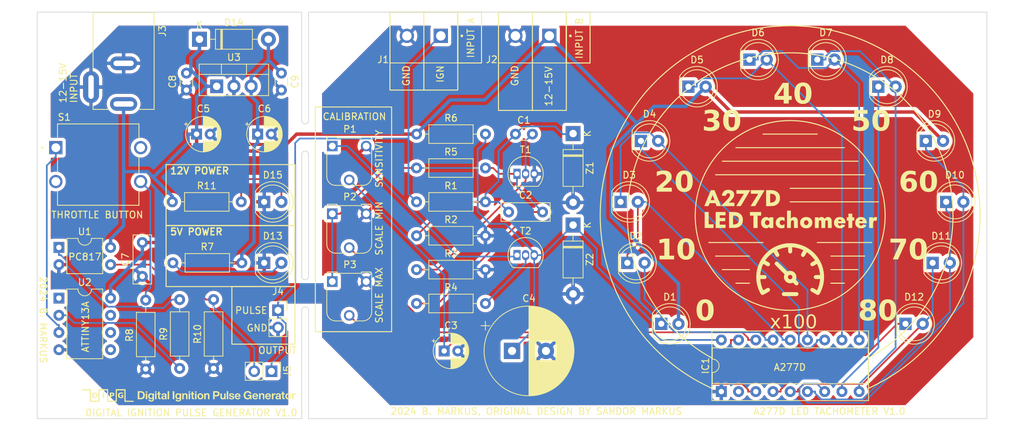
<source format=kicad_pcb>
(kicad_pcb (version 20221018) (generator pcbnew)
  (layers (0 "F.Cu" signal) (31 "B.Cu" signal) (34 "B.Paste" user) (35 "F.Paste" user) (36 "B.SilkS" user "B.Silkscreen") (37 "F.SilkS" user "F.Silkscreen") (38 "B.Mask" user) (39 "F.Mask" user) (44 "Edge.Cuts" user))
  (net 0 "")
  (net 1 "Net-(Z1-K)")
  (net 2 "Net-(T1-B)")
  (net 3 "Net-(T1-C)")
  (net 4 "Net-(IC1-VCONTROL)")
  (net 5 "GND")
  (net 6 "Net-(IC1-VCC)")
  (net 7 "+12V")
  (net 8 "+5V")
  (net 9 "Net-(D1-K)")
  (net 10 "Net-(D2-K)")
  (net 11 "Net-(D3-K)")
  (net 12 "Net-(D4-K)")
  (net 13 "Net-(D5-K)")
  (net 14 "Net-(D6-K)")
  (net 15 "Net-(D7-K)")
  (net 16 "Net-(D8-K)")
  (net 17 "Net-(D10-A)")
  (net 18 "Net-(D10-K)")
  (net 19 "Net-(D11-K)")
  (net 20 "Net-(D12-K)")
  (net 21 "Net-(D13-A)")
  (net 22 "Net-(D15-A)")
  (net 24 "Net-(IC1-VREF+)")
  (net 25 "Net-(IC1-VREF-)")
  (net 26 "IGNITION")
  (net 27 "Net-(T2-C)")
  (net 28 "Net-(T2-B)")
  (net 29 "Net-(R8-Pad2)")
  (net 30 "Net-(U2-PB3)")
  (net 31 "Net-(R9-Pad2)")
  (net 32 "Net-(U2-PB4)")
  (net 39 "Net-(J5-Pin_2)")
  (footprint "StockLib:R_1k_Axial_DIN0207" (layer "F.Cu") (at -0.08 28)
    (fp_text reference "R11")
    (fp_text value "1k")
  )
  (footprint "StockLib:LED_D5.0mm_GREEN" (layer "F.Cu") (at 85 7)
    (fp_text reference "D6")
    (fp_text value "LED 5mm GREEN")
  )
  (footprint "Connector_PinHeader_2.54mm:PinHeader_1x02_P2.54mm_Vertical" (layer "F.Cu") (at 14.54 53 -90)
    (fp_text reference "J5")
    (fp_text value "Conn_01x02_Pin")
  )
  (footprint "StockLib:LED_D5.0mm_RED" (layer "F.Cu") (at 114 28)
    (fp_text reference "D10")
    (fp_text value "LED 5mm RED")
  )
  (footprint "Package_TO_SOT_THT:TO-220-3_Vertical" (layer "F.Cu") (at 6.46 10.945)
    (fp_text reference "U3")
    (fp_text value "L7805")
  )
  (footprint "MountingHole:MountingHole_3.2mm_M3" (layer "F.Cu") (at -16 56)
    (fp_text reference "REF2" hide)
    (fp_text value "MountingHole_3.2mm_M3")
  )
  (footprint "StockLib:R_1k_Axial_DIN0207" (layer "F.Cu") (at 35.92 43)
    (fp_text reference "R4")
    (fp_text value "1k")
  )
  (footprint "MountingHole:MountingHole_3.2mm_M3" (layer "F.Cu") (at 24 56)
    (fp_text reference "REF4" hide)
    (fp_text value "MountingHole_3.2mm_M3")
  )
  (footprint "Package_TO_SOT_THT:TO-92_Inline" (layer "F.Cu") (at 50.73 35.86)
    (fp_text reference "T2")
    (fp_text value "BC557")
  )
  (footprint "StockLib:LED_D5.0mm_RED" (layer "F.Cu") (at 13.46 37)
    (fp_text reference "D13")
    (fp_text value "LED 5mm RED")
  )
  (footprint "StockLib:R_1k_Axial_DIN0207" (layer "F.Cu") (at 35.92 23)
    (fp_text reference "R5")
    (fp_text value "1k")
  )
  (footprint "StockLib:LED_D5.0mm_GREEN" (layer "F.Cu") (at 104 11)
    (fp_text reference "D8")
    (fp_text value "LED 5mm GREEN")
  )
  (footprint "StockLib:Terminal Block KF301-2P" (layer "F.Cu") (at 37 3.5 180)
    (fp_text reference "J1")
    (fp_text value "Terminal Block")
  )
  (footprint "StockLib:Trimpot RM-065" (layer "F.Cu") (at 23.5 39.76)
    (fp_text reference "P3")
    (fp_text value "100K")
  )
  (footprint "Diode_THT:D_DO-41_SOD81_P10.16mm_Horizontal" (layer "F.Cu") (at 59 17.92 -90)
    (fp_text reference "Z1")
    (fp_text value "Zener 9,1")
  )
  (footprint "StockLib:LED_D5.0mm_GREEN" (layer "F.Cu") (at 69 19)
    (fp_text reference "D4")
    (fp_text value "LED 5mm GREEN")
  )
  (footprint "Resistor_THT:R_Axial_DIN0207_L6.3mm_D2.5mm_P10.16mm_Horizontal" (layer "F.Cu") (at 35.92 28)
    (fp_text reference "R1")
    (fp_text value "4,7k")
  )
  (footprint "StockLib:DC-005 Power Jack" (layer "F.Cu") (at -7.26 11.05 -90)
    (fp_text reference "J3")
    (fp_text value "DC-005 Power Jack")
  )
  (footprint "Resistor_THT:R_Axial_DIN0207_L6.3mm_D2.5mm_P10.16mm_Horizontal" (layer "F.Cu") (at 35.92 33)
    (fp_text reference "R2")
    (fp_text value "4,7k")
  )
  (footprint "MountingHole:MountingHole_3.2mm_M3" (layer "F.Cu") (at -16 4)
    (fp_text reference "REF1" hide)
    (fp_text value "MountingHole_3.2mm_M3")
  )
  (footprint "Resistor_THT:R_Axial_DIN0207_L6.3mm_D2.5mm_P10.16mm_Horizontal" (layer "F.Cu") (at 35.92 18)
    (fp_text reference "R6")
    (fp_text value "47R")
  )
  (footprint "StockLib:R_1k_Axial_DIN0207" (layer "F.Cu") (at -4 52.66 90)
    (fp_text reference "R8")
    (fp_text value "1k")
  )
  (footprint "Capacitor_THT:CP_Radial_D5.0mm_P2.00mm" (layer "F.Cu") (at 40 50)
    (fp_text reference "C3")
    (fp_text value "10uF")
  )
  (footprint "StockLib:Trimpot RM-065" (layer "F.Cu") (at 23.5 19.76)
    (fp_text reference "P1")
    (fp_text value "100K")
  )
  (footprint "Package_DIP:DIP-8_W7.62mm" (layer "F.Cu") (at -16.8 42.2)
    (fp_text reference "U2")
    (fp_text value "ATtiny13A-P")
  )
  (footprint "StockLib:LED_D5.0mm_YELLOW" (layer "F.Cu") (at 72 46)
    (fp_text reference "D1")
    (fp_text value "LED 5mm YELLOW")
  )
  (footprint "Diode_THT:D_DO-41_SOD81_P10.16mm_Horizontal" (layer "F.Cu") (at 3.92 4)
    (fp_text reference "D14")
    (fp_text value "1N4001")
  )
  (footprint "Package_DIP:DIP-18_W7.62mm_Socket" (layer "F.Cu") (at 80.85 56 90)
    (fp_text reference "IC1")
    (fp_text value "A277D")
  )
  (footprint "Resistor_THT:R_Axial_DIN0207_L6.3mm_D2.5mm_P10.16mm_Horizontal" (layer "F.Cu") (at 1 52.58 90)
    (fp_text reference "R9")
    (fp_text value "220R")
  )
  (footprint "StockLib:LED_D5.0mm_RED" (layer "F.Cu") (at 108 46)
    (fp_text reference "D12")
    (fp_text value "LED 5mm RED")
  )
  (footprint "StockLib:LED_D5.0mm_GREEN" (layer "F.Cu") (at 76 11)
    (fp_text reference "D5")
    (fp_text value "LED 5mm GREEN")
  )
  (footprint "StockLib:R_470_Axial_DIN0207" (layer "F.Cu") (at 0 37)
    (fp_text reference "R7")
    (fp_text value "470R")
  )
  (footprint "StockLib:C_100nF_L7.0mm_W2.5mm_P5.00mm" (layer "F.Cu") (at 49.5 29.5)
    (fp_text reference "C2")
    (fp_text value "100nF")
  )
  (footprint "Package_TO_SOT_THT:TO-92_Inline" (layer "F.Cu") (at 50.73 23.86)
    (fp_text reference "T1")
    (fp_text value "BC547")
  )
  (footprint "StockLib:Trimpot RM-065" (layer "F.Cu") (at 23.5 29.76)
    (fp_text reference "P2")
    (fp_text value "100K")
  )
  (footprint "Capacitor_THT:C_Disc_D3.0mm_W1.6mm_P2.50mm" (layer "F.Cu") (at 50.5 18)
    (fp_text reference "C1")
    (fp_text value "10nF")
  )
  (footprint "Diode_THT:D_DO-41_SOD81_P10.16mm_Horizontal" (layer "F.Cu") (at 59 31.42 -90)
    (fp_text reference "Z2")
    (fp_text value "Zener 11")
  )
  (footprint "StockLib:Terminal Block KF301-2P" (layer "F.Cu") (at 53 3.5 180)
    (fp_text reference "J2")
    (fp_text value "Terminal Block")
  )
  (footprint "StockLib:LED_D5.0mm_RED" (layer "F.Cu") (at 112 37)
    (fp_text reference "D11")
    (fp_text value "LED 5mm RED")
  )
  (footprint "StockLib:LED_D5.0mm_YELLOW" (layer "F.Cu") (at 66 28)
    (fp_text reference "D3")
    (fp_text value "LED 5mm YELLOW")
  )
  (footprint "StockLib:LED_D5.0mm_YELLOW" (layer "F.Cu") (at 67 37)
    (fp_text reference "D2")
    (fp_text value "LED 5mm YELLOW")
  )
  (footprint "Resistor_THT:R_Axial_DIN0207_L6.3mm_D2.5mm_P10.16mm_Horizontal" (layer "F.Cu") (at 6 52.58 90)
    (fp_text reference "R10")
    (fp_text value "100k")
  )
  (footprint "Capacitor_THT:CP_Radial_D5.0mm_P2.00mm" (layer "F.Cu") (at 12.5 18)
    (fp_text reference "C6")
    (fp_text value "10uF")
  )
  (footprint "Resistor_THT:R_Axial_DIN0207_L6.3mm_D2.5mm_P10.16mm_Horizontal" (layer "F.Cu") (at 35.92 38)
    (fp_text reference "R3")
    (fp_text value "47k")
  )
  (footprint "StockLib:LED_D5.0mm_RED" (layer "F.Cu") (at 13.46 28)
    (fp_text reference "D15")
    (fp_text value "LED 5mm RED")
  )
  (footprint "LOGO" (layer "F.Cu") (at 91 29)
    (fp_text reference "G2" hide)
    (fp_text value "LOGO" hide)
  )
  (footprint "LOGO" (layer "F.Cu") (at 91 38)
    (fp_text reference "G***" hide)
    (fp_text value "LOGO" hide)
  )
  (footprint "Capacitor_THT:CP_Radial_D5.0mm_P2.00mm" (layer "F.Cu") (at 3.5 18)
    (fp_text reference "C5")
    (fp_text value "10uF")
  )
  (footprint "Capacitor_THT:CP_Radial_D13.0mm_P5.00mm" (layer "F.Cu") (at 50 50)
    (fp_text reference "C4")
    (fp_text value "470uF")
  )
  (footprint "StockLib:C_100nF_L7.0mm_W2.5mm_P5.00mm" (layer "F.Cu") (at -4.5 39 90)
    (fp_text reference "C7")
    (fp_text value "100nF")
  )
  (footprint "Package_DIP:DIP-4_W7.62mm" (layer "F.Cu") (at -16.8 34.725)
    (fp_text reference "U1")
    (fp_text value "PC817")
  )
  (footprint "MountingHole:MountingHole_3.2mm_M3" (layer "F.Cu") (at 116 4)
    (fp_text reference "REF5" hide)
    (fp_text value "MountingHole_3.2mm_M3")
  )
  (footprint "StockLib:LED_D5.0mm_GREEN" (layer "F.Cu") (at 111 19)
    (fp_text reference "D9")
    (fp_text value "LED 5mm GREEN")
  )
  (footprint "Connector_PinSocket_2.54mm:PinSocket_1x02_P2.54mm_Vertical" (layer "F.Cu") (at 15.5 44)
    (fp_text reference "J4")
    (fp_text value "Conn_01x02_Pin")
  )
  (footprint "MountingHole:MountingHole_3.2mm_M3" (layer "F.Cu") (at 116 56)
    (fp_text reference "REF6" hide)
    (fp_text value "MountingHole_3.2mm_M3")
  )
  (footprint "Capacitor_THT:C_Disc_D3.0mm_W1.6mm_P2.50mm" (layer "F.Cu") (at 2 11.5 90)
    (fp_text reference "C8")
    (fp_text value "0.33uF")
  )
  (footprint "MountingHole:MountingHole_3.2mm_M3" (layer "F.Cu") (at 24 4)
    (fp_text reference "REF3" hide)
    (fp_text value "MountingHole_3.2mm_M3")
  )
  (footprint "LOGO" (layer "F.Cu") (at 2.2 56.5)
    (fp_text reference "G1" hide)
    (fp_text value "LOGO" hide)
  )
  (footprint "StockLib:LED_D5.0mm_GREEN" (layer "F.Cu") (at 95 7)
    (fp_text reference "D7")
    (fp_text value "LED 5mm GREEN")
  )
  (footprint "StockLib:Button TACT 12x12mm" (layer "F.Cu") (at -11 22.5)
    (fp_text reference "S1")
    (fp_text value "Button TACT 12x12mm")
  )
  (footprint "Capacitor_THT:C_Disc_D3.0mm_W1.6mm_P2.50mm" (layer "F.Cu") (at 16 11.5 90)
    (fp_text reference "C9")
    (fp_text value "0.1uF")
  )
  (gr_line (start 97 36) (end 102 36) (stroke (width 0.15)) (layer "F.SilkS"))
  (gr_rect (start 58 0) (end 61.5 7.5) (stroke (width 0.15)) (fill none) (layer "F.SilkS"))
  (gr_line (start 80 36) (end 85 36) (stroke (width 0.15)) (layer "F.SilkS"))
  (gr_line (start 91 26) (end 103 26) (stroke (width 0.15)) (layer "F.SilkS"))
  (gr_line (start 81 22) (end 101 22) (stroke (width 0.15)) (layer "F.SilkS"))
  (gr_line (start 79 34) (end 87 34) (stroke (width 0.15)) (layer "F.SilkS"))
  (gr_rect (start 42 0) (end 45.5 7.5) (stroke (width 0.15)) (fill none) (layer "F.SilkS"))
  (gr_rect (start -1 31.5) (end 18 40.5) (stroke (width 0.15)) (fill none) (layer "F.SilkS"))
  (gr_rect (start 48 0) (end 58 14.5) (stroke (width 0.15)) (fill none) (layer "F.SilkS"))
  (gr_line (start 83 40) (end 85 40) (stroke (width 0.15)) (layer "F.SilkS"))
  (gr_line (start 97 40) (end 99 40) (stroke (width 0.15)) (layer "F.SilkS"))
  (gr_arc (start 79.48 55.52) (mid 90.96855 2.000361) (end 102.577301 55.494056) (stroke (width 0.15)) (layer "F.SilkS"))
  (gr_line (start 97 38) (end 101 38) (stroke (width 0.15)) (layer "F.SilkS"))
  (gr_line (start 37 11.5) (end 37 0) (stroke (width 0.15)) (layer "F.SilkS"))
  (gr_arc (start 79.4 51.01) (mid 91.035498 6.000441) (end 102.537798 51.044223) (stroke (width 0.15)) (layer "F.SilkS"))
  (gr_line (start 87 18) (end 95 18) (stroke (width 0.15)) (layer "F.SilkS"))
  (gr_rect (start 32 0) (end 42 11.5) (stroke (width 0.15)) (fill none) (layer "F.SilkS"))
  (gr_circle (center 91 30) (end 91 44) (stroke (width 0.15)) (fill none) (layer "F.SilkS"))
  (gr_line (start 83 20) (end 99 20) (stroke (width 0.15)) (layer "F.SilkS"))
  (gr_line (start 81 38) (end 85 38) (stroke (width 0.15)) (layer "F.SilkS"))
  (gr_line (start 91 28) (end 104 28) (stroke (width 0.15)) (layer "F.SilkS"))
  (gr_rect (start -1 22.5) (end 18 31.5) (stroke (width 0.15)) (fill none) (layer "F.SilkS"))
  (gr_line (start 80 24) (end 102 24) (stroke (width 0.15)) (layer "F.SilkS"))
  (gr_rect (start 8.7 40.5) (end 18 49) (stroke (width 0.15)) (fill none) (layer "F.SilkS"))
  (gr_rect (start 21 14) (end 32.249759 47.161) (stroke (width 0.15)) (fill none) (layer "F.SilkS"))
  (gr_line (start 53 0) (end 53 14.5) (stroke (width 0.15)) (layer "F.SilkS"))
  (gr_line (start 95 34) (end 103 34) (stroke (width 0.15)) (layer "F.SilkS"))
  (gr_line (start 19 60) (end 19 44) (stroke (width 0.1)) (layer "Edge.Cuts"))
  (gr_arc (start 20 39) (mid 19.5 39.5) (end 19 39) (stroke (width 0.1)) (layer "Edge.Cuts"))
  (gr_line (start 120 0) (end 120 60) (stroke (width 0.1)) (layer "Edge.Cuts"))
  (gr_line (start 20 0) (end 120 0) (stroke (width 0.1)) (layer "Edge.Cuts"))
  (gr_line (start 20 60) (end 20 44) (stroke (width 0.1)) (layer "Edge.Cuts"))
  (gr_line (start 120 60) (end 20 60) (stroke (width 0.1)) (layer "Edge.Cuts"))
  (gr_line (start 19 0) (end 19 16) (stroke (width 0.1)) (layer "Edge.Cuts"))
  (gr_arc (start 20 16) (mid 19.5 16.5) (end 19 16) (stroke (width 0.1)) (layer "Edge.Cuts"))
  (gr_line (start -20 0) (end -20 60) (stroke (width 0.1)) (layer "Edge.Cuts"))
  (gr_line (start 19 0) (end -20 0) (stroke (width 0.1)) (layer "Edge.Cuts"))
  (gr_line (start -20 60) (end 19 60) (stroke (width 0.1)) (layer "Edge.Cuts"))
  (gr_arc (start 19 21) (mid 19.5 20.5) (end 20 21) (stroke (width 0.1)) (layer "Edge.Cuts"))
  (gr_line (start 20 0) (end 20 16) (stroke (width 0.1)) (layer "Edge.Cuts"))
  (gr_line (start 20 21) (end 20 39) (stroke (width 0.1)) (layer "Edge.Cuts"))
  (gr_arc (start 19 44) (mid 19.5 43.5) (end 20 44) (stroke (width 0.1)) (layer "Edge.Cuts"))
  (gr_line (start 19 21) (end 19 39) (stroke (width 0.1)) (layer "Edge.Cuts"))
  (gr_text "ATTINY13A" (at -12.3 50.3 90) (layer "F.SilkS") (effects (font (size 1 1)) (justify left bottom)))
  (gr_text "80" (at 101 46) (layer "F.SilkS") (effects (font (size 3 3) (thickness 0.6) bold) (justify left bottom)))
  (gr_text "5V POWER" (at -0.5 33) (layer "F.SilkS") (effects (font (size 1 1) (thickness 0.2) bold) (justify left bottom)))
  (gr_text "2024 B. MARKUS, ORIGINAL DESIGN BY SANDOR MARKUS" (at 32 59.5) (layer "F.SilkS") (effects (font (size 1 1)) (justify left bottom)))
  (gr_text "A277D" (at 88.5 53) (layer "F.SilkS") (effects (font (size 1 1)) (justify left bottom)))
  (gr_text "THROTTLE BUTTON" (at -18 30.5) (layer "F.SilkS") (effects (font (size 1 1)) (justify left bottom)))
  (gr_text "x100" (at 88 47) (layer "F.SilkS") (effects (font (size 2 2) (thickness 0.25)) (justify left bottom)))
  (gr_text "2024 B. MARKUS" (at -19.7 38.9 -90) (layer "F.SilkS") (effects (font (size 1 1)) (justify left bottom)))
  (gr_text "OUTPUT" (at 12.5 50.5) (layer "F.SilkS") (effects (font (size 1 1)) (justify left bottom)))
  (gr_text "SENSITIVITY" (at 31 26 90) (layer "F.SilkS") (effects (font (size 1 1)) (justify left bottom)))
  (gr_text "INPUT B" (at 60.5 7 90) (layer "F.SilkS") (effects (font (size 1 1)) (justify left bottom)))
  (gr_text "A277D LED TACHOMETER V1.0" (at 85.5 59.5) (layer "F.SilkS") (effects (font (size 1 1)) (justify left bottom)))
  (gr_text "PC817" (at -15.5 36.7) (layer "F.SilkS") (effects (font (size 1 1)) (justify left bottom)))
  (gr_text "P" (at -9.4 57.1) (layer "F.SilkS") (effects (font (size 0.8 0.8)) (justify left bottom)))
  (gr_text "IGN" (at 40 10.5 90) (layer "F.SilkS") (effects (font (size 1 1)) (justify left bottom)))
  (gr_text "20" (at 71 27) (layer "F.SilkS") (effects (font (size 3 3) (thickness 0.6) bold) (justify left bottom)))
  (gr_text "12-15V\nINPUT" (at -14 13.5 90) (layer "F.SilkS") (effects (font (size 1 1)) (justify left bottom)))
  (gr_text "DIGITAL IGNITION PULSE GENERATOR V1.0" (at -13 59.7) (layer "F.SilkS") (effects (font (size 1 1)) (justify left bottom)))
  (gr_text "70" (at 105.5 37) (layer "F.SilkS") (effects (font (size 3 3) (thickness 0.6) bold) (justify left bottom)))
  (gr_text "60" (at 107 27) (layer "F.SilkS") (effects (font (size 3 3) (thickness 0.6) bold) (justify left bottom)))
  (gr_text "GND" (at 35 11 90) (layer "F.SilkS") (effects (font (size 1 1)) (justify left bottom)))
  (gr_text "12V POWER" (at -0.5 24) (layer "F.SilkS") (effects (font (size 1 1) (thickness 0.2) bold) (justify left bottom)))
  (gr_text "30" (at 78 18) (layer "F.SilkS") (effects (font (size 3 3) (thickness 0.6) bold) (justify left bottom)))
  (gr_text "40" (at 88.5 14) (layer "F.SilkS") (effects (font (size 3 3) (thickness 0.6) bold) (justify left bottom)))
  (gr_text "INPUT A" (at 44.5 6.858 90) (layer "F.SilkS") (effects (font (size 1 1)) (justify left bottom)))
  (gr_text "G" (at -8.15 57.1) (layer "F.SilkS") (effects (font (size 0.8 0.8)) (justify left bottom)))
  (gr_text "12-15V" (at 56 14 90) (layer "F.SilkS") (effects (font (size 1 1)) (justify left bottom)))
  (gr_text "GND" (at 10.8 47.2) (layer "F.SilkS") (effects (font (size 1 1)) (justify left bottom)))
  (gr_text "I" (at -10.45 57.1) (layer "F.SilkS") (effects (font (size 0.8 0.8)) (justify left bottom)))
  (gr_text "SCALE MIN" (at 31 36 90) (layer "F.SilkS") (effects (font (size 1 1)) (justify left bottom)))
  (gr_text "SCALE MAX" (at 31 46 90) (layer "F.SilkS") (effects (font (size 1 1)) (justify left bottom)))
  (gr_text "0" (at 77 46.000462) (layer "F.SilkS") (effects (font (size 3 3) (thickness 0.6) bold) (justify left bottom)))
  (gr_text "D" (at -11.95 57.1) (layer "F.SilkS") (effects (font (size 0.8 0.8)) (justify left bottom)))
  (gr_text "PULSE" (at 9.1 44.6) (layer "F.SilkS") (effects (font (size 1 1)) (justify left bottom)))
  (gr_text "10" (at 71.26 37.000462) (layer "F.SilkS") (effects (font (size 3 3) (thickness 0.6) bold) (justify left bottom)))
  (gr_text "GND" (at 51 11 90) (layer "F.SilkS") (effects (font (size 1 1)) (justify left bottom)))
  (gr_text "50" (at 100 18) (layer "F.SilkS") (effects (font (size 3 3) (thickness 0.6) bold) (justify left bottom)))
  (gr_text "CALIBRATION" (at 22 16) (layer "F.SilkS") (effects (font (size 1 1)) (justify left bottom)))
  (segment (start 35.92 33) (end 40.92 28) (width 0.25) (layer "F.Cu") (net 1))
  (segment (start 40.92 28) (end 46.08 28) (width 0.25) (layer "F.Cu") (net 1))
  (segment (start 50.5 18) (end 48 20.5) (width 0.25) (layer "B.Cu") (net 1))
  (segment (start 57.5 18) (end 56.3644 16.8644) (width 0.25) (layer "B.Cu") (net 1))
  (segment (start 48 24.9531) (end 46.08 26.8731) (width 0.25) (layer "B.Cu") (net 1))
  (segment (start 59 17.92) (end 58.92 18) (width 0.25) (layer "B.Cu") (net 1))
  (segment (start 56.3644 16.8644) (end 51.6356 16.8644) (width 0.25) (layer "B.Cu") (net 1))
  (segment (start 46.08 28) (end 48 28) (width 0.25) (layer "B.Cu") (net 1))
  (segment (start 51.6356 16.8644) (end 50.5 18) (width 0.25) (layer "B.Cu") (net 1))
  (segment (start 48 28) (end 49.5 29.5) (width 0.25) (layer "B.Cu") (net 1))
  (segment (start 58.92 18) (end 57.5 18) (width 0.25) (layer "B.Cu") (net 1))
  (segment (start 46.08 26.8731) (end 46.08 28) (width 0.25) (layer "B.Cu") (net 1))
  (segment (start 48 20.5) (end 48 24.9531) (width 0.25) (layer "B.Cu") (net 1))
  (segment (start 52 23.86) (end 52 24.9369) (width 0.25) (layer "F.Cu") (net 2))
  (segment (start 38.9369 38) (end 35.92 38) (width 0.25) (layer "F.Cu") (net 2))
  (segment (start 52 24.9369) (end 38.9369 38) (width 0.25) (layer "F.Cu") (net 2))
  (segment (start 52 19) (end 52 23.86) (width 0.25) (layer "B.Cu") (net 2))
  (segment (start 53 18) (end 52 19) (width 0.25) (layer "B.Cu") (net 2))
  (segment (start 52.6027 29.5) (end 39.1027 43) (width 0.25) (layer "F.Cu") (net 3))
  (segment (start 39.1027 43) (end 35.92 43) (width 0.25) (layer "F.Cu") (net 3))
  (segment (start 48.0669 23.86) (end 47.2069 23) (width 0.25) (layer "F.Cu") (net 3))
  (segment (start 47.2069 23) (end 46.08 23) (width 0.25) (layer "F.Cu") (net 3))
  (segment (start 50.73 23.86) (end 48.0669 23.86) (width 0.25) (layer "F.Cu") (net 3))
  (segment (start 54.5 29.5) (end 52.6027 29.5) (width 0.25) (layer "F.Cu") (net 3))
  (segment (start 50.73 23.86) (end 50.73 25.73) (width 0.25) (layer "B.Cu") (net 3))
  (segment (start 50.73 25.73) (end 54.5 29.5) (width 0.25) (layer "B.Cu") (net 3))
  (segment (start 81.534 50.038) (end 62.484 50.038) (width 0.25) (layer "F.Cu") (net 4))
  (segment (start 41.994 48.006) (end 40 50) (width 0.25) (layer "F.Cu") (net 4))
  (segment (start 62.484 50.038) (end 60.452 48.006) (width 0.25) (layer "F.Cu") (net 4))
  (segment (start 82.2631 49.3089) (end 81.534 50.038) (width 0.25) (layer "F.Cu") (net 4))
  (segment (start 83.39 48.38) (end 82.2631 48.38) (width 0.25) (layer "F.Cu") (net 4))
  (segment (start 60.452 48.006) (end 41.994 48.006) (width 0.25) (layer "F.Cu") (net 4))
  (segment (start 82.2631 48.38) (end 82.2631 49.3089) (width 0.25) (layer "F.Cu") (net 4))
  (segment (start 40 38.76) (end 26 24.76) (width 0.25) (layer "B.Cu") (net 4))
  (segment (start 40 50) (end 40 38.76) (width 0.25) (layer "B.Cu") (net 4))
  (segment (start 50.5 3.5) (end 49.7491 3.5) (width 0.5) (layer "B.Cu") (net 5))
  (segment (start -16.8 49.82) (end -15.6731 49.82) (width 0.25) (layer "B.Cu") (net 5))
  (segment (start 31.3669 23) (end 35.92 23) (width 0.25) (layer "F.Cu") (net 6))
  (segment (start 23.5 29.76) (end 24.6069 29.76) (width 0.25) (layer "F.Cu") (net 6))
  (segment (start 24.6069 29.76) (end 31.3669 23) (width 0.25) (layer "F.Cu") (net 6))
  (segment (start 50.5 49.5) (end 50.5 49.8731) (width 0.25) (layer "B.Cu") (net 6))
  (segment (start 50.5 51) (end 50.5 49.8731) (width 0.25) (layer "B.Cu") (net 6))
  (segment (start 70.775 47.225) (end 71.93 48.38) (width 0.25) (layer "B.Cu") (net 6))
  (segment (start 54.56 35.86) (end 59 31.42) (width 0.25) (layer "B.Cu") (net 6))
  (segment (start 62.5 37.5) (end 70.775 45.775) (width 0.25) (layer "B.Cu") (net 6))
  (segment (start 53.27 46.73) (end 53.27 35.86) (width 0.25) (layer "B.Cu") (net 6))
  (segment (start 44.9399 23) (end 35.92 23) (width 0.25) (layer "B.Cu") (net 6))
  (segment (start 70.775 45.775) (end 70.775 47.225) (width 0.25) (layer "B.Cu") (net 6))
  (segment (start 46.736 31.242) (end 44.9399 29.4459) (width 0.25) (layer "B.Cu") (net 6))
  (segment (start 50.5 49.5) (end 53.27 46.73) (width 0.25) (layer "B.Cu") (net 6))
  (segment (start 44.9399 29.4459) (end 44.9399 23) (width 0.25) (layer "B.Cu") (net 6))
  (segment (start 53.27 35.86) (end 54.56 35.86) (width 0.25) (layer "B.Cu") (net 6))
  (segment (start 62.5 34.92) (end 62.5 37.5) (width 0.25) (layer "B.Cu") (net 6))
  (segment (start 46.08 18) (end 46.08 19.1269) (width 0.25) (layer "B.Cu") (net 6))
  (segment (start 59 31.42) (end 62.5 34.92) (width 0.25) (layer "B.Cu") (net 6))
  (segment (start 23.5 29.76) (end 23.5 39.76) (width 0.25) (layer "B.Cu") (net 6))
  (segment (start 49.022 31.242) (end 46.736 31.242) (width 0.25) (layer "B.Cu") (net 6))
  (segment (start 71.93 48.38) (end 80.85 48.38) (width 0.25) (layer "B.Cu") (net 6))
  (segment (start 53.27 35.86) (end 53.27 35.49) (width 0.25) (layer "B.Cu") (net 6))
  (segment (start 50 50) (end 50.5 49.5) (width 0.25) (layer "B.Cu") (net 6))
  (segment (start 44.9399 20.267) (end 44.9399 23) (width 0.25) (layer "B.Cu") (net 6))
  (segment (start 46.08 19.1269) (end 44.9399 20.267) (width 0.25) (layer "B.Cu") (net 6))
  (segment (start 53.27 35.49) (end 49.022 31.242) (width 0.25) (layer "B.Cu") (net 6))
  (segment (start 4.5 20.5) (end 15.754 20.5) (width 0.5) (layer "F.Cu") (net 7))
  (segment (start 3.5 18) (end 3.5 19.5) (width 0.5) (layer "F.Cu") (net 7))
  (segment (start 113.54 19) (end 109.278 14.7383) (width 0.5) (layer "F.Cu") (net 7))
  (segment (start 109.278 14.7383) (end 82.2783 14.7383) (width 0.5) (layer "F.Cu") (net 7))
  (segment (start 15.754 20.5) (end 18.254 18) (width 0.5) (layer "F.Cu") (net 7))
  (segment (start 18.254 18) (end 35.92 18) (width 0.5) (layer "F.Cu") (net 7))
  (segment (start 3.5 19.5) (end 4.5 20.5) (width 0.5) (layer "F.Cu") (net 7))
  (segment (start 82.2783 14.7383) (end 78.54 11) (width 0.5) (layer "F.Cu") (net 7))
  (segment (start 70.9445 13.9058) (end 75.6342 13.9058) (width 0.5) (layer "B.Cu") (net 7))
  (segment (start -7.26 23.5313) (end -3.7322 23.5313) (width 0.5) (layer "B.Cu") (net 7))
  (segment (start 3.5 18) (end 2.2481 18) (width 0.5) (layer "B.Cu") (net 7))
  (segment (start 2.6605 6.8114) (end 3.92 5.5519) (width 0.5) (layer "B.Cu") (net 7))
  (segment (start 45.974 12.954) (end 40.894 12.954) (width 0.5) (layer "B.Cu") (net 7))
  (segment (start 2.6605 8.5499) (end 5.0556 10.945) (width 0.5) (layer "B.Cu") (net 7))
  (segment (start 64.6352 20.2151) (end 68.3331 16.5172) (width 0.5) (layer "B.Cu") (net 7))
  (segment (start -9.18 34.725) (end -9.18 33.4731) (width 0.5) (layer "B.Cu") (net 7))
  (segment (start 3.5 12.5006) (end 5.0556 10.945) (width 0.5) (layer "B.Cu") (net 7))
  (segment (start -0.08 27.1835) (end -0.08 28) (width 0.5) (layer "B.Cu") (net 7))
  (segment (start -9.18 33.4731) (end -7.26 31.5531) (width 0.5) (layer "B.Cu") (net 7))
  (segment (start -3.7322 23.5313) (end -2.8817 24.3817) (width 0.5) (layer "B.Cu") (net 7))
  (segment (start -2.8817 24.3817) (end -0.08 27.1835) (width 0.5) (layer "B.Cu") (net 7))
  (segment (start 3.5 18) (end 3.5 12.5006) (width 0.5) (layer "B.Cu") (net 7))
  (segment (start 75.6342 13.9058) (end 78.54 11) (width 0.5) (layer "B.Cu") (net 7))
  (segment (start 2.2481 18) (end 2.2481 19.2519) (width 0.5) (layer "B.Cu") (net 7))
  (segment (start -7.26 31.5531) (end -7.26 23.5313) (width 0.5) (layer "B.Cu") (net 7))
  (segment (start 74.54 46) (end 74.54 40.0756) (width 0.5) (layer "B.Cu") (net 7))
  (segment (start 2.6605 8.5499) (end 2.6605 6.8114) (width 0.5) (layer "B.Cu") (net 7))
  (segment (start -7.26 23.5313) (end -7.26 13.55) (width 0.5) (layer "B.Cu") (net 7))
  (segment (start 2 9) (end 2.4501 8.5499) (width 0.5) (layer "B.Cu") (net 7))
  (segment (start 68.3331 16.3331) (end 68.3331 16.5172) (width 0.5) (layer "B.Cu") (net 7))
  (segment (start 64.6352 30.1708) (end 64.6352 20.2151) (width 0.5) (layer "B.Cu") (net 7))
  (segment (start 55.5 3.5) (end 68.3331 16.3331) (width 0.5) (layer "B.Cu") (net 7))
  (segment (start 40.894 12.954) (end 35.92 17.928) (width 0.5) (layer "B.Cu") (net 7))
  (segment (start 3.92 5.5519) (end 3.92 4) (width 0.5) (layer "B.Cu") (net 7))
  (segment (start 35.92 17.928) (end 35.92 18) (width 0.5) (layer "B.Cu") (net 7))
  (segment (start 55.5 3.5) (end 55.428 3.5) (width 0.5) (layer "B.Cu") (net 7))
  (segment (start 2.4501 8.5499) (end 2.6605 8.5499) (width 0.5) (layer "B.Cu") (net 7))
  (segment (start 2.2481 19.2519) (end -2.8817 24.3817) (width 0.5) (layer "B.Cu") (net 7))
  (segment (start 74.54 40.0756) (end 64.6352 30.1708) (width 0.5) (layer "B.Cu") (net 7))
  (segment (start 6.46 10.945) (end 5.0556 10.945) (width 0.5) (layer "B.Cu") (net 7))
  (segment (start 55.428 3.5) (end 45.974 12.954) (width 0.5) (layer "B.Cu") (net 7))
  (segment (start 68.3331 16.5172) (end 70.9445 13.9058) (width 0.5) (layer "B.Cu") (net 7))
  (segment (start 8.9081 37) (end 10.16 37) (width 0.5) (layer "F.Cu") (net 8))
  (segment (start 5.9081 34) (end 8.9081 37) (width 0.5) (layer "F.Cu") (net 8))
  (segment (start -4.5 34) (end 5.9081 34) (width 0.5) (layer "F.Cu") (net 8))
  (segment (start 11.54 10.945) (end 11.54 12.3969) (width 0.5) (layer "B.Cu") (net 8))
  (segment (start -4.5 35.69) (end -4.5 34) (width 0.5) (layer "B.Cu") (net 8))
  (segment (start 14.08 7.08) (end 14.08 4) (width 0.5) (layer "B.Cu") (net 8))
  (segment (start 11.9678 33.9403) (end 10.16 35.7481) (width 0.5) (layer "B.Cu") (net 8))
  (segment (start -9.18 40.37) (end -4.5 35.69) (width 0.5) (layer "B.Cu") (net 8))
  (segment (start 12.5 13.3569) (end 12.5 18) (width 0.5) (layer "B.Cu") (net 8))
  (segment (start 10.16 35.7481) (end 10.16 37) (width 0.5) (layer "B.Cu") (net 8))
  (segment (start 12.5 18) (end 12.5 19.2519) (width 0.5) (layer "B.Cu") (net 8))
  (segment (start -9.18 42.2) (end -9.18 40.37) (width 0.5) (layer "B.Cu") (net 8))
  (segment (start 11.9678 19.7841) (end 11.9678 33.9403) (width 0.5) (layer "B.Cu") (net 8))
  (segment (start 11.6669 9.4931) (end 11.54 9.4931) (width 0.5) (layer "B.Cu") (net 8))
  (segment (start 11.54 9.4931) (end 11.54 10.945) (width 0.5) (layer "B.Cu") (net 8))
  (segment (start 16 9) (end 14.08 7.08) (width 0.5) (layer "B.Cu") (net 8))
  (segment (start 12.5 19.2519) (end 11.9678 19.7841) (width 0.5) (layer "B.Cu") (net 8))
  (segment (start 11.54 12.3969) (end 12.5 13.3569) (width 0.5) (layer "B.Cu") (net 8))
  (segment (start 14.08 7.08) (end 11.6669 9.4931) (width 0.5) (layer "B.Cu") (net 8))
  (segment (start 72 44.7731) (end 72 46) (width 0.25) (layer "B.Cu") (net 9))
  (segment (start 69.54 37) (end 69.54 42.3131) (width 0.25) (layer "B.Cu") (net 9))
  (segment (start 86.4704 47.2284) (end 87.3431 48.1011) (width 0.25) (layer "B.Cu") (net 9))
  (segment (start 87.3431 48.38) (end 88.47 48.38) (width 0.25) (layer "B.Cu") (net 9))
  (segment (start 73.9951 47.2284) (end 86.4704 47.2284) (width 0.25) (layer "B.Cu") (net 9))
  (segment (start 87.3431 48.1011) (end 87.3431 48.38) (width 0.25) (layer "B.Cu") (net 9))
  (segment (start 73.2269 46) (end 73.2269 46.4602) (width 0.25) (layer "B.Cu") (net 9))
  (segment (start 73.2269 46.4602) (end 73.9951 47.2284) (width 0.25) (layer "B.Cu") (net 9))
  (segment (start 72 46) (end 73.2269 46) (width 0.25) (layer "B.Cu") (net 9))
  (segment (start 69.54 42.3131) (end 72 44.7731) (width 0.25) (layer "B.Cu") (net 9))
  (segment (start 67 35.7731) (end 67 37) (width 0.25) (layer "F.Cu") (net 10))
  (segment (start 68.54 28) (end 68.54 34.2331) (width 0.25) (layer "F.Cu") (net 10))
  (segment (start 68.54 34.2331) (end 67 35.7731) (width 0.25) (layer "F.Cu") (net 10))
  (segment (start 68.54 28) (end 69.7366 28) (width 0.25) (layer "B.Cu") (net 10))
  (segment (start 89.8831 48.38) (end 91.01 48.38) (width 0.25) (layer "B.Cu") (net 10))
  (segment (start 89.8831 48.1465) (end 89.8831 48.38) (width 0.25) (layer "B.Cu") (net 10))
  (segment (start 69.7366 28) (end 89.8831 48.1465) (width 0.25) (layer "B.Cu") (net 10))
  (segment (start 93.55 48.38) (end 93.55 41.01) (width 0.25) (layer "B.Cu") (net 11))
  (segment (start 70.3093 17.7693) (end 71.54 19) (width 0.25) (layer "B.Cu") (net 11))
  (segment (start 93.55 41.01) (end 71.54 19) (width 0.25) (layer "B.Cu") (net 11))
  (segment (start 67.9274 17.7693) (end 70.3093 17.7693) (width 0.25) (layer "B.Cu") (net 11))
  (segment (start 66 28) (end 66 19.6967) (width 0.25) (layer "B.Cu") (net 11))
  (segment (start 66 19.6967) (end 67.9274 17.7693) (width 0.25) (layer "B.Cu") (net 11))
  (segment (start 94.9631 48.38) (end 94.9631 48.6617) (width 0.25) (layer "B.Cu") (net 12))
  (segment (start 96.09 48.38) (end 94.9631 48.38) (width 0.25) (layer "B.Cu") (net 12))
  (segment (start 94.9631 48.6617) (end 94.1035 49.5213) (width 0.25) (layer "B.Cu") (net 12))
  (segment (start 69 20.2269) (end 69 19) (width 0.25) (layer "B.Cu") (net 12))
  (segment (start 93.0628 49.5213) (end 92.28 48.7385) (width 0.25) (layer "B.Cu") (net 12))
  (segment (start 92.28 48.7385) (end 92.28 43.5069) (width 0.25) (layer "B.Cu") (net 12))
  (segment (start 94.1035 49.5213) (end 93.0628 49.5213) (width 0.25) (layer "B.Cu") (net 12))
  (segment (start 92.28 43.5069) (end 69 20.2269) (width 0.25) (layer "B.Cu") (net 12))
  (segment (start 84.7669 9.7731) (end 87.54 7) (width 0.25) (layer "B.Cu") (net 13))
  (segment (start 76 11) (end 77.2269 11) (width 0.25) (layer "B.Cu") (net 13))
  (segment (start 77.2269 10.5398) (end 77.9936 9.7731) (width 0.25) (layer "B.Cu") (net 13))
  (segment (start 77.2269 11) (end 77.2269 10.5398) (width 0.25) (layer "B.Cu") (net 13))
  (segment (start 77.9936 9.7731) (end 84.7669 9.7731) (width 0.25) (layer "B.Cu") (net 13))
  (segment (start 98.63 18.09) (end 98.63 48.38) (width 0.25) (layer "B.Cu") (net 13))
  (segment (start 87.54 7) (end 98.63 18.09) (width 0.25) (layer "B.Cu") (net 13))
  (segment (start 89.7182 5.7326) (end 92.2125 8.2269) (width 0.25) (layer "B.Cu") (net 14))
  (segment (start 92.2125 8.2269) (end 96.3131 8.2269) (width 0.25) (layer "B.Cu") (net 14))
  (segment (start 96.3131 8.2269) (end 97.54 7) (width 0.25) (layer "B.Cu") (net 14))
  (segment (start 86.2269 6.5399) (end 87.0342 5.7326) (width 0.25) (layer "B.Cu") (net 14))
  (segment (start 85 7) (end 86.2269 7) (width 0.25) (layer "B.Cu") (net 14))
  (segment (start 87.0342 5.7326) (end 89.7182 5.7326) (width 0.25) (layer "B.Cu") (net 14))
  (segment (start 101.17 10.63) (end 97.54 7) (width 0.25) (layer "B.Cu") (net 14))
  (segment (start 86.2269 7) (end 86.2269 6.5399) (width 0.25) (layer "B.Cu") (net 14))
  (segment (start 101.17 48.38) (end 101.17 10.63) (width 0.25) (layer "B.Cu") (net 14))
  (segment (start 97.008 5.7588) (end 101.299 5.7588) (width 0.25) (layer "B.Cu") (net 15))
  (segment (start 101.17 54.8731) (end 106.54 49.5031) (width 0.25) (layer "B.Cu") (net 15))
  (segment (start 101.17 56) (end 101.17 54.8731) (width 0.25) (layer "B.Cu") (net 15))
  (segment (start 106.54 49.5031) (end 106.54 11) (width 0.25) (layer "B.Cu") (net 15))
  (segment (start 101.299 5.7588) (end 106.54 11) (width 0.25) (layer "B.Cu") (net 15))
  (segment (start 96.2269 7) (end 96.2269 6.5399) (width 0.25) (layer "B.Cu") (net 15))
  (segment (start 95 7) (end 96.2269 7) (width 0.25) (layer "B.Cu") (net 15))
  (segment (start 96.2269 6.5399) (end 97.008 5.7588) (width 0.25) (layer "B.Cu") (net 15))
  (segment (start 104 49.5031) (end 104 11) (width 0.25) (layer "B.Cu") (net 16))
  (segment (start 98.63 54.8731) (end 104 49.5031) (width 0.25) (layer "B.Cu") (net 16))
  (segment (start 98.63 56) (end 98.63 54.8731) (width 0.25) (layer "B.Cu") (net 16))
  (segment (start 116.54 25.7669) (end 116.54 28) (width 0.25) (layer "B.Cu") (net 17))
  (segment (start 116.54 42.9344) (end 116.54 28) (width 0.25) (layer "B.Cu") (net 17))
  (segment (start 93.066 54.8341) (end 92.3758 55.5243) (width 0.25) (layer "B.Cu") (net 17))
  (segment (start 94.9241 54.8341) (end 93.066 54.8341) (width 0.25) (layer "B.Cu") (net 17))
  (segment (start 111 19) (end 111 20.2269) (width 0.25) (layer "B.Cu") (net 17))
  (segment (start 92.3758 55.5243) (end 92.3758 56.4671) (width 0.25) (layer "B.Cu") (net 17))
  (segment (start 92.3758 56.4671) (end 93.5403 57.6316) (width 0.25) (layer "B.Cu") (net 17))
  (segment (start 111 20.2269) (end 116.54 25.7669) (width 0.25) (layer "B.Cu") (net 17))
  (segment (start 96.09 56) (end 94.9241 54.8341) (width 0.25) (layer "B.Cu") (net 17))
  (segment (start 101.843 57.6316) (end 116.54 42.9344) (width 0.25) (layer "B.Cu") (net 17))
  (segment (start 93.5403 57.6316) (end 101.843 57.6316) (width 0.25) (layer "B.Cu") (net 17))
  (segment (start 114 29.2269) (end 114.54 29.7669) (width 0.25) (layer "B.Cu") (net 18))
  (segment (start 94.6769 56.2335) (end 94.6769 56) (width 0.25) (layer "B.Cu") (net 18))
  (segment (start 114.54 29.7669) (end 114.54 37) (width 0.25) (layer "B.Cu") (net 18))
  (segment (start 114.54 44.278) (end 101.659 57.1589) (width 0.25) (layer "B.Cu") (net 18))
  (segment (start 101.659 57.1589) (end 95.6023 57.1589) (width 0.25) (layer "B.Cu") (net 18))
  (segment (start 114.54 37) (end 114.54 44.278) (width 0.25) (layer "B.Cu") (net 18))
  (segment (start 114 28) (end 114 29.2269) (width 0.25) (layer "B.Cu") (net 18))
  (segment (start 95.6023 57.1589) (end 94.6769 56.2335) (width 0.25) (layer "B.Cu") (net 18))
  (segment (start 94.6769 56) (end 93.55 56) (width 0.25) (layer "B.Cu") (net 18))
  (segment (start 92.1369 56) (end 92.1369 55.7182) (width 0.25) (layer "F.Cu") (net 19))
  (segment (start 92.982 54.8731) (end 101.667 54.8731) (width 0.25) (layer "F.Cu") (net 19))
  (segment (start 92.1369 55.7182) (end 92.982 54.8731) (width 0.25) (layer "F.Cu") (net 19))
  (segment (start 101.667 54.8731) (end 110.54 46) (width 0.25) (layer "F.Cu") (net 19))
  (segment (start 91.01 56) (end 92.1369 56) (width 0.25) (layer "F.Cu") (net 19))
  (segment (start 112 44.54) (end 110.54 46) (width 0.25) (layer "B.Cu") (net 19))
  (segment (start 112 37) (end 112 44.54) (width 0.25) (layer "B.Cu") (net 19))
  (segment (start 89.5969 55.7183) (end 94.6876 50.6276) (width 0.25) (layer "F.Cu") (net 20))
  (segment (start 94.6876 50.6276) (end 102.146 50.6276) (width 0.25) (layer "F.Cu") (net 20))
  (segment (start 106.773 46) (end 108 46) (width 0.25) (layer "F.Cu") (net 20))
  (segment (start 88.47 56) (end 89.5969 56) (width 0.25) (layer "F.Cu") (net 20))
  (segment (start 102.146 50.6276) (end 106.773 46) (width 0.25) (layer "F.Cu") (net 20))
  (segment (start 89.5969 56) (end 89.5969 55.7183) (width 0.25) (layer "F.Cu") (net 20))
  (segment (start 14.7287 38.2713) (end 1.2713 38.2713) (width 0.25) (layer "B.Cu") (net 21))
  (segment (start 16 37) (end 14.7287 38.2713) (width 0.25) (layer "B.Cu") (net 21))
  (segment (start 1.2713 38.2713) (end 0 37) (width 0.25) (layer "B.Cu") (net 21))
  (segment (start 16 28) (end 16 25.525) (width 0.25) (layer "F.Cu") (net 22))
  (segment (start 10.922 24.638) (end 10.08 25.48) (width 0.25) (layer "F.Cu") (net 22))
  (segment (start 10.08 25.48) (end 10.08 28) (width 0.25) (layer "F.Cu") (net 22))
  (segment (start 15.113 24.638) (end 10.922 24.638) (width 0.25) (layer "F.Cu") (net 22))
  (segment (start 16 25.525) (end 15.113 24.638) (width 0.25) (layer "F.Cu") (net 22))
  (segment (start 84.8031 55.7182) (end 83.958 54.8731) (width 0.25) (layer "F.Cu") (net 24))
  (segment (start 83.958 54.8731) (end 36.1131 54.8731) (width 0.25) (layer "F.Cu") (net 24))
  (segment (start 85.93 56) (end 84.8031 56) (width 0.25) (layer "F.Cu") (net 24))
  (segment (start 84.8031 56) (end 84.8031 55.7182) (width 0.25) (layer "F.Cu") (net 24))
  (segment (start 36.1131 54.8731) (end 26 44.76) (width 0.25) (layer "F.Cu") (net 24))
  (segment (start 38.4931 47.2531) (end 26 34.76) (width 0.25) (layer "F.Cu") (net 25))
  (segment (start 84.8031 48.38) (end 84.8031 48.0982) (width 0.25) (layer "F.Cu") (net 25))
  (segment (start 84.8031 48.0982) (end 83.958 47.2531) (width 0.25) (layer "F.Cu") (net 25))
  (segment (start 85.93 48.38) (end 84.8031 48.38) (width 0.25) (layer "F.Cu") (net 25))
  (segment (start 83.958 47.2531) (end 38.4931 47.2531) (width 0.25) (layer "F.Cu") (net 25))
  (segment (start 14.54 51.8231) (end 16.6824 49.6807) (width 0.25) (layer "B.Cu") (net 26))
  (segment (start 16.6824 45.9915) (end 15.8678 45.1769) (width 0.25) (layer "B.Cu") (net 26))
  (segment (start 34.7346 8.1914) (end 34.7346 18.6504) (width 0.25) (layer "B.Cu") (net 26))
  (segment (start 15.8678 45.1769) (end 15.5 45.1769) (width 0.25) (layer "B.Cu") (net 26))
  (segment (start 15.5 44) (end 15.5 42.8231) (width 0.25) (layer "B.Cu") (net 26))
  (segment (start 16.6824 49.6807) (end 16.6824 45.9915) (width 0.25) (layer "B.Cu") (net 26))
  (segment (start 15.5 45.1769) (end 15.5 44) (width 0.25) (layer "B.Cu") (net 26))
  (segment (start 14.54 53) (end 14.54 51.8231) (width 0.25) (layer "B.Cu") (net 26))
  (segment (start 39.426 3.5) (end 34.7346 8.1914) (width 0.25) (layer "B.Cu") (net 26))
  (segment (start 34.7346 26.8146) (end 35.92 28) (width 0.25) (layer "B.Cu") (net 26))
  (segment (start 18.6876 18.6504) (end 34.7346 18.6504) (width 0.25) (layer "B.Cu") (net 26))
  (segment (start 15.5 42.8231) (end 18.034 40.2891) (width 0.25) (layer "B.Cu") (net 26))
  (segment (start 39.5 3.5) (end 39.426 3.5) (width 0.25) (layer "B.Cu") (net 26))
  (segment (start 34.7346 18.6504) (end 34.7346 26.8146) (width 0.25) (layer "B.Cu") (net 26))
  (segment (start 18.034 40.2891) (end 18.034 19.304) (width 0.25) (layer "B.Cu") (net 26))
  (segment (start 18.034 19.304) (end 18.6876 18.6504) (width 0.25) (layer "B.Cu") (net 26))
  (segment (start 50.73 35.86) (end 50.522 36.068) (width 0.25) (layer "B.Cu") (net 27))
  (segment (start 42.0462 36.068) (end 25.7382 19.76) (width 0.25) (layer "B.Cu") (net 27))
  (segment (start 25.7382 19.76) (end 23.5 19.76) (width 0.25) (layer "B.Cu") (net 27))
  (segment (start 50.522 36.068) (end 42.0462 36.068) (width 0.25) (layer "B.Cu") (net 27))
  (segment (start 52 37.08) (end 52 35.86) (width 0.25) (layer "B.Cu") (net 28))
  (segment (start 46.08 43) (end 52 37.08) (width 0.25) (layer "B.Cu") (net 28))
  (segment (start -3.3241 26.4259) (end -3.3241 40.6972) (width 0.25) (layer "B.Cu") (net 29))
  (segment (start -4.75 25) (end -3.3241 26.4259) (width 0.25) (layer "B.Cu") (net 29))
  (segment (start -3.3241 40.6972) (end -4 41.3731) (width 0.25) (layer "B.Cu") (net 29))
  (segment (start -4 41.3731) (end -4 42.5) (width 0.25) (layer "B.Cu") (net 29))
  (segment (start -16.8 44.74) (end -15.6731 44.74) (width 0.25) (layer "B.Cu") (net 30))
  (segment (start -14.5462 45.8669) (end -5.7131 45.8669) (width 0.25) (layer "B.Cu") (net 30))
  (segment (start -5.7131 45.8669) (end 1 52.58) (width 0.25) (layer "B.Cu") (net 30))
  (segment (start -15.6731 44.74) (end -14.5462 45.8669) (width 0.25) (layer "B.Cu") (net 30))
  (segment (start -16.8 35.8519) (end -16.8 34.725) (width 0.25) (layer "B.Cu") (net 31))
  (segment (start -9.573 43.47) (end -15.6731 37.3699) (width 0.25) (layer "B.Cu") (net 31))
  (segment (start -1.3634 43.6565) (end -4.4372 43.6565) (width 0.25) (layer "B.Cu") (net 31))
  (segment (start -0.1269 42.42) (end -1.3634 43.6565) (width 0.25) (layer "B.Cu") (net 31))
  (segment (start -4.6237 43.47) (end -9.573 43.47) (width 0.25) (layer "B.Cu") (net 31))
  (segment (start -15.6731 37.3699) (end -15.6731 36.697) (width 0.25) (layer "B.Cu") (net 31))
  (segment (start -4.4372 43.6565) (end -4.6237 43.47) (width 0.25) (layer "B.Cu") (net 31))
  (segment (start -15.6731 36.697) (end -16.5182 35.8519) (width 0.25) (layer "B.Cu") (net 31))
  (segment (start -16.5182 35.8519) (end -16.8 35.8519) (width 0.25) (layer "B.Cu") (net 31))
  (segment (start 1 42.42) (end -0.1269 42.42) (width 0.25) (layer "B.Cu") (net 31))
  (segment (start -18.5843 44.6023) (end -17.0335 46.1531) (width 0.25) (layer "B.Cu") (net 32))
  (segment (start -17.25 21.3019) (end -18.5843 22.6362) (width 0.25) (layer "B.Cu") (net 32))
  (segment (start -16.8 46.1531) (end -16.8 47.28) (width 0.25) (layer "B.Cu") (net 32))
  (segment (start -17.25 20) (end -17.25 21.3019) (width 0.25) (layer "B.Cu") (net 32))
  (segment (start -17.0335 46.1531) (end -16.8 46.1531) (width 0.25) (layer "B.Cu") (net 32))
  (segment (start -18.5843 22.6362) (end -18.5843 44.6023) (width 0.25) (layer "B.Cu") (net 32))
  (segment (start -9.18 37.265) (end -3.447 37.265) (width 0.25) (layer "F.Cu") (net 39))
  (segment (start -1.0602 39.6518) (end 2.1049 39.6518) (width 0.25) (layer "F.Cu") (net 39))
  (segment (start 2.1049 39.6518) (end 4.8731 42.42) (width 0.25) (layer "F.Cu") (net 39))
  (segment (start -3.447 37.265) (end -1.0602 39.6518) (width 0.25) (layer "F.Cu") (net 39))
  (segment (start 4.8731 42.42) (end 6 42.42) (width 0.25) (layer "F.Cu") (net 39))
  (segment (start 12 53) (end 12 49.5469) (width 0.25) (layer "B.Cu") (net 39))
  (segment (start 12 49.5469) (end 6 43.5469) (width 0.25) (layer "B.Cu") (net 39))
  (segment (start 6 43.5469) (end 6 42.42) (width 0.25) (layer "B.Cu") (net 39))
  (zone (net 5) (net_name "GND") (layers "F&B.Cu") (priority 1) (connect_pads (clearance 0.5)) (min_thickness 0.25) (fill yes (thermal_gap 0.5) (thermal_bridge_width 0.5))
    (polygon (pts (xy 17 2) (xy 17 17) (xy 17 20) (xy 17 40) (xy 22 40) (xy 22 43) (xy 17 43) (xy 17 58) (xy -8 58) (xy -18 48) (xy -18 12) (xy -8 2)))
  )
  (zone (net 5) (net_name "GND") (layers "F&B.Cu") (connect_pads (clearance 0.5)) (min_thickness 0.25) (fill yes (thermal_gap 0.5) (thermal_bridge_width 0.5))
    (polygon (pts (xy 22 12) (xy 32 2) (xy 108 2) (xy 118 12) (xy 118 48) (xy 108 58) (xy 32 58) (xy 22 48)))
  )
)
</source>
